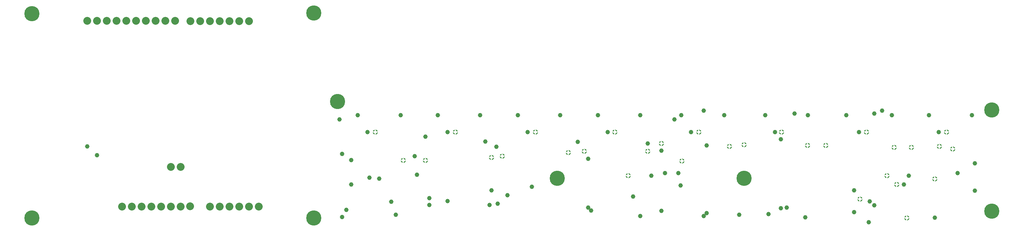
<source format=gbr>
G04 DesignSpark PCB Gerber Version 11.0 Build 5877*
G04 #@! TF.Part,Single*
G04 #@! TF.FileFunction,Copper,L3,Inr*
G04 #@! TF.FilePolarity,Negative*
%FSLAX35Y35*%
%MOIN*%
G04 #@! TA.AperFunction,ViaPad*
%ADD12C,0.04600*%
%AMT131*0 Thermal pad*7,0,0,0.05200,0.03200,0.01000,0*%
%ADD131T131*%
G04 #@! TA.AperFunction,WasherPad*
%ADD13C,0.08000*%
%ADD15C,0.15573*%
G04 #@! TD.AperFunction*
X0Y0D02*
D02*
D12*
X137630Y86750D03*
X147630Y77750D03*
X395734Y114250D03*
X398500Y14250D03*
Y79000D03*
X403000Y21500D03*
X407750Y47750D03*
Y72750D03*
X414500Y118750D03*
X424500Y101250D03*
X426500Y54750D03*
X436500Y53750D03*
X449000Y30093D03*
X453500Y16500D03*
X458500Y118750D03*
X472750Y76500D03*
X475250Y57750D03*
X484000Y96500D03*
X488000Y26750D03*
Y33750D03*
X496500Y118750D03*
X506500Y30750D03*
Y101250D03*
X540000Y118750D03*
X545250Y91500D03*
X549500Y26750D03*
X551500Y41500D03*
X556500Y86250D03*
X557750Y28016D03*
X567750Y36500D03*
X578500Y118750D03*
X588500Y101250D03*
X592750Y45250D03*
X622000Y118750D03*
X640000Y91250D03*
X650500Y24018D03*
Y74000D03*
X653500Y21018D03*
X660500Y118750D03*
X670500Y101250D03*
X696500Y35250D03*
X704000Y15250D03*
Y118750D03*
X711500Y89750D03*
X715250Y56500D03*
X725500Y20750D03*
Y82250D03*
X729079Y59250D03*
X738921Y114250D03*
X743000Y59250D03*
X745250Y46500D03*
X746000Y118750D03*
X756000Y101250D03*
X769000Y15250D03*
Y123250D03*
X772000Y18250D03*
Y87750D03*
X790000Y118750D03*
X805250Y16500D03*
X832000Y118750D03*
X835250Y17250D03*
X842000Y101250D03*
X847750Y23250D03*
Y94000D03*
X854000Y24070D03*
X862000Y120250D03*
X872750Y14000D03*
X875500Y118750D03*
X915000D03*
X923000Y19250D03*
Y41750D03*
X928000Y101250D03*
X937750Y9000D03*
X939000Y30250D03*
X943500Y26250D03*
Y120250D03*
X951500Y123250D03*
X961500Y118750D03*
X974000Y47750D03*
X979000Y56500D03*
X999500Y118750D03*
X1005500Y13750D03*
X1009500Y101250D03*
X1029000Y59250D03*
X1043500Y118750D03*
X1046500Y41250D03*
Y69250D03*
D02*
D13*
X137390Y215239D03*
X147390Y215240D03*
X157388Y215239D03*
X167388D03*
X173215Y25152D03*
X177388Y215239D03*
X183215Y25152D03*
X187388Y215239D03*
X193215Y25152D03*
X197388Y215239D03*
X203215Y25152D03*
X207388Y215239D03*
X213215Y25152D03*
X217388Y215239D03*
X223213Y65652D03*
X223215Y25152D03*
X227388Y215239D03*
X233213Y65652D03*
X233215Y25152D03*
X242750Y25250D03*
X243215Y215152D03*
X253215D03*
X263215Y25152D03*
Y215152D03*
X273215Y25152D03*
Y215152D03*
X283215Y25152D03*
Y215152D03*
X293215Y25152D03*
Y215152D03*
X303215Y25152D03*
Y215152D03*
X313215Y25152D03*
D02*
D15*
X80927Y13417D03*
X80967Y222703D03*
X369512Y223262D03*
X369514Y13417D03*
X394000Y132750D03*
X619000Y54000D03*
X810250D03*
X1064000Y20250D03*
Y124000D03*
D02*
D131*
X432500Y101250D03*
X461250Y72250D03*
X484000D03*
X514500Y101250D03*
X551500Y75250D03*
X562500Y76500D03*
X596500Y101250D03*
X630250Y80250D03*
X646500Y81500D03*
X678000Y101250D03*
X691500Y56500D03*
X711500Y81500D03*
X725500Y89750D03*
X746500Y71500D03*
X764000Y101250D03*
X795250Y86500D03*
X810250Y88250D03*
X848500Y101250D03*
X875250Y87750D03*
X894000D03*
X929000Y32750D03*
X935500Y101250D03*
X956500Y56500D03*
X964000Y85750D03*
X966500Y47750D03*
X977000Y13250D03*
X981500Y85750D03*
X1005500Y53250D03*
X1010250Y86500D03*
X1017500Y101250D03*
X1024000Y84000D03*
X0Y0D02*
M02*

</source>
